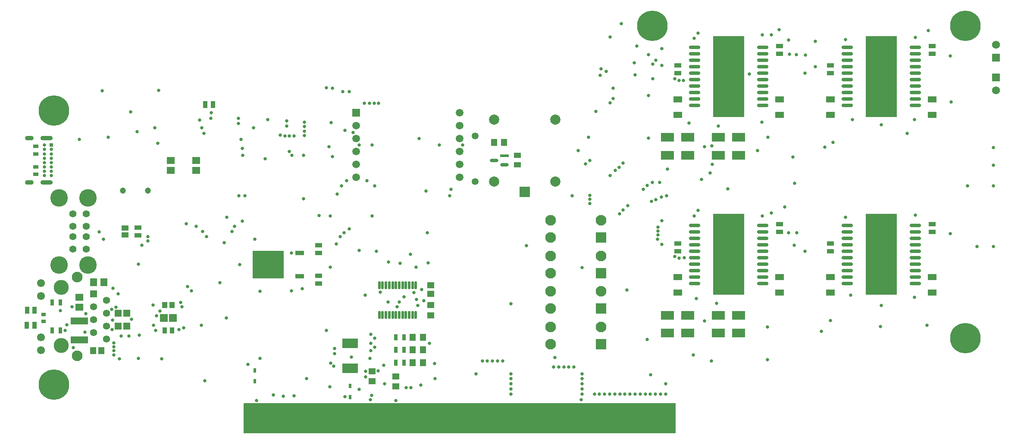
<source format=gbs>
G04*
G04 #@! TF.GenerationSoftware,Altium Limited,Altium Designer,21.3.2 (30)*
G04*
G04 Layer_Color=16711935*
%FSLAX25Y25*%
%MOIN*%
G70*
G04*
G04 #@! TF.SameCoordinates,B38D24C8-20F9-4C12-AD3A-4427D22FBD9A*
G04*
G04*
G04 #@! TF.FilePolarity,Negative*
G04*
G01*
G75*
%ADD19R,0.02756X0.16535*%
%ADD20R,0.02756X0.12598*%
%ADD22R,0.03150X0.04921*%
%ADD23R,0.04724X0.05709*%
%ADD24R,0.05709X0.04724*%
%ADD25R,0.05544X0.04747*%
%ADD26R,0.05315X0.03740*%
%ADD28R,0.07087X0.04921*%
%ADD29O,0.08858X0.02756*%
%ADD30R,0.24410X0.62992*%
%ADD31R,0.09843X0.06693*%
%ADD35R,0.02126X0.03386*%
%ADD38R,0.05315X0.03937*%
%ADD40R,0.06102X0.06102*%
%ADD49R,0.05315X0.06102*%
%ADD51R,0.06102X0.05512*%
%ADD52R,0.03740X0.05315*%
%ADD62R,0.12400X0.07700*%
%ADD67R,3.33858X0.23524*%
G04:AMPARAMS|DCode=70|XSize=35.43mil|YSize=66.93mil|CornerRadius=17.72mil|HoleSize=0mil|Usage=FLASHONLY|Rotation=270.000|XOffset=0mil|YOffset=0mil|HoleType=Round|Shape=RoundedRectangle|*
%AMROUNDEDRECTD70*
21,1,0.03543,0.03150,0,0,270.0*
21,1,0.00000,0.06693,0,0,270.0*
1,1,0.03543,-0.01575,0.00000*
1,1,0.03543,-0.01575,0.00000*
1,1,0.03543,0.01575,0.00000*
1,1,0.03543,0.01575,0.00000*
%
%ADD70ROUNDEDRECTD70*%
G04:AMPARAMS|DCode=71|XSize=35.43mil|YSize=94.49mil|CornerRadius=17.72mil|HoleSize=0mil|Usage=FLASHONLY|Rotation=270.000|XOffset=0mil|YOffset=0mil|HoleType=Round|Shape=RoundedRectangle|*
%AMROUNDEDRECTD71*
21,1,0.03543,0.05906,0,0,270.0*
21,1,0.00000,0.09449,0,0,270.0*
1,1,0.03543,-0.02953,0.00000*
1,1,0.03543,-0.02953,0.00000*
1,1,0.03543,0.02953,0.00000*
1,1,0.03543,0.02953,0.00000*
%
%ADD71ROUNDEDRECTD71*%
%ADD72R,0.02559X0.02559*%
%ADD73C,0.02559*%
%ADD74R,0.06181X0.06181*%
%ADD75C,0.06181*%
%ADD76C,0.08268*%
%ADD77R,0.08268X0.08268*%
%ADD78C,0.23622*%
%ADD79R,0.07874X0.07874*%
%ADD80C,0.07874*%
%ADD81C,0.05315*%
%ADD82C,0.04724*%
%ADD83C,0.05906*%
%ADD84R,0.05906X0.05906*%
%ADD85C,0.05591*%
%ADD86C,0.13583*%
%ADD87C,0.06102*%
%ADD88R,0.05512X0.05512*%
%ADD89C,0.05512*%
%ADD90C,0.11614*%
%ADD91C,0.02500*%
G04:AMPARAMS|DCode=96|XSize=59.06mil|YSize=17.72mil|CornerRadius=1.95mil|HoleSize=0mil|Usage=FLASHONLY|Rotation=90.000|XOffset=0mil|YOffset=0mil|HoleType=Round|Shape=RoundedRectangle|*
%AMROUNDEDRECTD96*
21,1,0.05906,0.01382,0,0,90.0*
21,1,0.05516,0.01772,0,0,90.0*
1,1,0.00390,0.00691,0.02758*
1,1,0.00390,0.00691,-0.02758*
1,1,0.00390,-0.00691,-0.02758*
1,1,0.00390,-0.00691,0.02758*
%
%ADD96ROUNDEDRECTD96*%
%ADD97R,0.06530X0.02468*%
G04:AMPARAMS|DCode=98|XSize=65.3mil|YSize=24.68mil|CornerRadius=12.34mil|HoleSize=0mil|Usage=FLASHONLY|Rotation=180.000|XOffset=0mil|YOffset=0mil|HoleType=Round|Shape=RoundedRectangle|*
%AMROUNDEDRECTD98*
21,1,0.06530,0.00000,0,0,180.0*
21,1,0.04063,0.02468,0,0,180.0*
1,1,0.02468,-0.02031,0.00000*
1,1,0.02468,0.02031,0.00000*
1,1,0.02468,0.02031,0.00000*
1,1,0.02468,-0.02031,0.00000*
%
%ADD98ROUNDEDRECTD98*%
%ADD99R,0.07087X0.03543*%
%ADD100R,0.24410X0.21457*%
%ADD101R,0.03465X0.02638*%
%ADD102R,0.03771X0.04969*%
%ADD103R,0.03937X0.05118*%
%ADD104R,0.05118X0.05709*%
%ADD105R,0.05315X0.05709*%
%ADD106R,0.13386X0.05512*%
%ADD107R,0.06102X0.05315*%
%ADD108R,0.05315X0.04331*%
%ADD109R,0.03937X0.03150*%
D19*
X278150Y13780D02*
D03*
X270276D02*
D03*
X258465D02*
D03*
X309646D02*
D03*
X297835D02*
D03*
X286024D02*
D03*
X289961D02*
D03*
X305709D02*
D03*
X293898D02*
D03*
X266339D02*
D03*
X274213D02*
D03*
X301772D02*
D03*
X262402D02*
D03*
X282087D02*
D03*
X250590D02*
D03*
X211221D02*
D03*
X246654D02*
D03*
X234842D02*
D03*
X183661D02*
D03*
X191535D02*
D03*
X207283D02*
D03*
X242717D02*
D03*
X199409D02*
D03*
X203346D02*
D03*
X215158D02*
D03*
X187598D02*
D03*
X195472D02*
D03*
X238779D02*
D03*
X254528D02*
D03*
X321457D02*
D03*
X341142D02*
D03*
X337205D02*
D03*
X372638D02*
D03*
X349016D02*
D03*
X329331D02*
D03*
X352953D02*
D03*
X317520D02*
D03*
X356890D02*
D03*
X313583D02*
D03*
X364764D02*
D03*
X325394D02*
D03*
X345079D02*
D03*
X360827D02*
D03*
X333268D02*
D03*
X368701D02*
D03*
X376575D02*
D03*
X380512D02*
D03*
X384449D02*
D03*
X388386D02*
D03*
X392323D02*
D03*
X396260D02*
D03*
X400197D02*
D03*
X404134D02*
D03*
X408071D02*
D03*
X412008D02*
D03*
X415945D02*
D03*
X419882D02*
D03*
X423819D02*
D03*
X427756D02*
D03*
X431693D02*
D03*
X435630D02*
D03*
X439567D02*
D03*
X443504D02*
D03*
X447441D02*
D03*
X451378D02*
D03*
X455315D02*
D03*
X459252D02*
D03*
X463189D02*
D03*
X467126D02*
D03*
X471063D02*
D03*
X475000D02*
D03*
X478937D02*
D03*
X482874D02*
D03*
X486811D02*
D03*
X490748D02*
D03*
X494685D02*
D03*
X498622D02*
D03*
X502559D02*
D03*
X506496D02*
D03*
D20*
X179724Y15748D02*
D03*
D22*
X294094Y63779D02*
D03*
X300394D02*
D03*
X294094Y53937D02*
D03*
X300394D02*
D03*
X294094Y73622D02*
D03*
X300394D02*
D03*
X34646Y100394D02*
D03*
X28346D02*
D03*
X34646Y78740D02*
D03*
X28346D02*
D03*
D23*
X307087Y53937D02*
D03*
X314961D02*
D03*
X307087Y63779D02*
D03*
X314961D02*
D03*
X307087Y73622D02*
D03*
X314961D02*
D03*
X369882Y224410D02*
D03*
X377756D02*
D03*
D24*
X275590Y39370D02*
D03*
Y47244D02*
D03*
X294094Y35433D02*
D03*
Y43307D02*
D03*
X320866Y90551D02*
D03*
Y98425D02*
D03*
D25*
Y113779D02*
D03*
Y107274D02*
D03*
D26*
X629921Y146201D02*
D03*
Y140295D02*
D03*
X511811Y146201D02*
D03*
Y140295D02*
D03*
X629921Y283996D02*
D03*
Y278091D02*
D03*
X511811Y284055D02*
D03*
Y278150D02*
D03*
X708661Y293091D02*
D03*
Y298996D02*
D03*
X590551Y293110D02*
D03*
Y299016D02*
D03*
Y161201D02*
D03*
Y155295D02*
D03*
X708662Y155295D02*
D03*
Y161201D02*
D03*
X234252Y121063D02*
D03*
Y115157D02*
D03*
Y138779D02*
D03*
Y144685D02*
D03*
X94488Y152559D02*
D03*
Y158465D02*
D03*
D28*
X629921Y257972D02*
D03*
Y245965D02*
D03*
X708661Y257972D02*
D03*
Y245965D02*
D03*
X590551Y257972D02*
D03*
Y245965D02*
D03*
X511811Y257972D02*
D03*
Y245965D02*
D03*
X708661Y120177D02*
D03*
Y108169D02*
D03*
X629921Y120177D02*
D03*
Y108169D02*
D03*
X590551D02*
D03*
Y120177D02*
D03*
X511811Y108169D02*
D03*
Y120177D02*
D03*
D29*
X695571Y298091D02*
D03*
Y293091D02*
D03*
Y288090D02*
D03*
Y283090D02*
D03*
Y278091D02*
D03*
Y273091D02*
D03*
Y268091D02*
D03*
Y263090D02*
D03*
Y258090D02*
D03*
Y253091D02*
D03*
X643012Y298091D02*
D03*
Y293091D02*
D03*
Y288090D02*
D03*
Y283090D02*
D03*
Y278091D02*
D03*
Y273091D02*
D03*
Y268091D02*
D03*
Y263090D02*
D03*
Y258090D02*
D03*
Y253091D02*
D03*
X577461Y160295D02*
D03*
Y155295D02*
D03*
Y150295D02*
D03*
Y145295D02*
D03*
Y140295D02*
D03*
Y135295D02*
D03*
Y130295D02*
D03*
Y125295D02*
D03*
Y120295D02*
D03*
Y115295D02*
D03*
X524902Y160295D02*
D03*
Y155295D02*
D03*
Y150295D02*
D03*
Y145295D02*
D03*
Y140295D02*
D03*
Y135295D02*
D03*
Y130295D02*
D03*
Y125295D02*
D03*
Y120295D02*
D03*
Y115295D02*
D03*
X695571Y160295D02*
D03*
Y155295D02*
D03*
Y150295D02*
D03*
Y145295D02*
D03*
Y140295D02*
D03*
Y135295D02*
D03*
Y130295D02*
D03*
Y125295D02*
D03*
Y120295D02*
D03*
Y115295D02*
D03*
X643012Y160295D02*
D03*
Y155295D02*
D03*
Y150295D02*
D03*
Y145295D02*
D03*
Y140295D02*
D03*
Y135295D02*
D03*
Y130295D02*
D03*
Y125295D02*
D03*
Y120295D02*
D03*
Y115295D02*
D03*
X577461Y298091D02*
D03*
Y293091D02*
D03*
Y288090D02*
D03*
Y283090D02*
D03*
Y278091D02*
D03*
Y273091D02*
D03*
Y268091D02*
D03*
Y263090D02*
D03*
Y258090D02*
D03*
Y253091D02*
D03*
X524902Y298091D02*
D03*
Y293091D02*
D03*
Y288090D02*
D03*
Y283090D02*
D03*
Y278091D02*
D03*
Y273091D02*
D03*
Y268091D02*
D03*
Y263090D02*
D03*
Y258090D02*
D03*
Y253091D02*
D03*
D30*
X669291Y275590D02*
D03*
X551181Y137795D02*
D03*
X669291D02*
D03*
X551181Y275590D02*
D03*
D31*
X559055Y228346D02*
D03*
X543307D02*
D03*
Y214567D02*
D03*
X559055D02*
D03*
X519685Y228346D02*
D03*
X503937D02*
D03*
Y214567D02*
D03*
X519685D02*
D03*
X559055Y90551D02*
D03*
X543307D02*
D03*
Y76772D02*
D03*
X559055D02*
D03*
X519685Y90551D02*
D03*
X503937D02*
D03*
Y76772D02*
D03*
X519685D02*
D03*
D35*
X185039Y47795D02*
D03*
Y39370D02*
D03*
X258465Y35709D02*
D03*
Y27283D02*
D03*
D38*
X387795Y214370D02*
D03*
Y207283D02*
D03*
D40*
X121752Y88583D02*
D03*
X114469D02*
D03*
D49*
X68110Y116142D02*
D03*
X60433D02*
D03*
D51*
X120079Y202953D02*
D03*
Y210433D02*
D03*
X139764Y202953D02*
D03*
Y210433D02*
D03*
D52*
X14567Y82677D02*
D03*
X8661D02*
D03*
X14764Y94488D02*
D03*
X8858D02*
D03*
X146653Y253937D02*
D03*
X152559D02*
D03*
D62*
X258465Y49405D02*
D03*
Y68705D02*
D03*
D67*
X343110Y10778D02*
D03*
D70*
X10492Y227658D02*
D03*
Y193602D02*
D03*
D71*
X23799Y227658D02*
D03*
Y193602D02*
D03*
D72*
X27657Y222342D02*
D03*
D73*
Y218996D02*
D03*
Y215650D02*
D03*
Y212303D02*
D03*
Y208957D02*
D03*
Y205610D02*
D03*
Y202264D02*
D03*
Y198917D02*
D03*
X22343D02*
D03*
Y202264D02*
D03*
Y205610D02*
D03*
Y208957D02*
D03*
Y212303D02*
D03*
Y215650D02*
D03*
Y218996D02*
D03*
Y222342D02*
D03*
D74*
X757874Y274685D02*
D03*
Y290276D02*
D03*
D75*
Y264685D02*
D03*
Y300276D02*
D03*
D76*
X452559Y164173D02*
D03*
X413583D02*
D03*
Y150787D02*
D03*
X452559Y81496D02*
D03*
X413583D02*
D03*
Y68110D02*
D03*
X452559Y109055D02*
D03*
X413583D02*
D03*
Y95669D02*
D03*
X452559Y136614D02*
D03*
X413583D02*
D03*
Y123228D02*
D03*
X47441Y59075D02*
D03*
Y120059D02*
D03*
D77*
X452559Y150787D02*
D03*
Y68110D02*
D03*
Y95669D02*
D03*
Y123228D02*
D03*
D78*
X734252Y314961D02*
D03*
Y72835D02*
D03*
X29528Y36811D02*
D03*
Y249016D02*
D03*
X492126Y314961D02*
D03*
D79*
X393701Y186221D02*
D03*
D80*
X417323Y194095D02*
D03*
X370079D02*
D03*
Y242126D02*
D03*
X417323D02*
D03*
D81*
X355315Y229528D02*
D03*
Y194095D02*
D03*
D82*
X102126Y187008D02*
D03*
X82913D02*
D03*
D83*
X343150Y197441D02*
D03*
Y207441D02*
D03*
Y217441D02*
D03*
Y227441D02*
D03*
Y237441D02*
D03*
Y247441D02*
D03*
X263150Y197441D02*
D03*
Y207441D02*
D03*
Y217441D02*
D03*
Y227441D02*
D03*
Y237441D02*
D03*
D84*
Y247441D02*
D03*
D85*
X54567Y169291D02*
D03*
Y141732D02*
D03*
Y151575D02*
D03*
Y159449D02*
D03*
X44252Y151575D02*
D03*
Y159449D02*
D03*
Y141732D02*
D03*
Y169291D02*
D03*
D86*
X55945Y181378D02*
D03*
Y129646D02*
D03*
X33583D02*
D03*
Y181378D02*
D03*
D87*
X19449Y73484D02*
D03*
Y63484D02*
D03*
Y115650D02*
D03*
Y105650D02*
D03*
D88*
X60433Y107067D02*
D03*
D89*
Y97067D02*
D03*
Y87067D02*
D03*
Y77067D02*
D03*
X70433Y72067D02*
D03*
Y82067D02*
D03*
Y92067D02*
D03*
Y102067D02*
D03*
D90*
X35433Y112067D02*
D03*
Y67067D02*
D03*
D91*
X74898Y86906D02*
D03*
X248622Y184449D02*
D03*
X318307Y154331D02*
D03*
X94774Y130098D02*
D03*
X158087Y115760D02*
D03*
X234449Y167913D02*
D03*
X259646Y58268D02*
D03*
X318898Y131102D02*
D03*
X111614Y93898D02*
D03*
X162992Y88386D02*
D03*
X146296Y39763D02*
D03*
X74213Y95079D02*
D03*
X669291Y98032D02*
D03*
X573622Y218307D02*
D03*
X576772Y240158D02*
D03*
X600787Y213189D02*
D03*
X581693Y228346D02*
D03*
X532677Y221260D02*
D03*
X496260Y149409D02*
D03*
X496457Y152709D02*
D03*
Y155709D02*
D03*
X496463Y158709D02*
D03*
X468307Y316535D02*
D03*
X478937Y276969D02*
D03*
X53740Y77362D02*
D03*
X75984Y59842D02*
D03*
Y66142D02*
D03*
Y62992D02*
D03*
X44488Y65354D02*
D03*
X610630Y292126D02*
D03*
X618307Y283071D02*
D03*
X625591Y220669D02*
D03*
X520669Y239370D02*
D03*
X689173Y231496D02*
D03*
X669291Y238189D02*
D03*
X577362Y167323D02*
D03*
X695669Y168110D02*
D03*
X543110Y237205D02*
D03*
X550591Y188583D02*
D03*
X668701Y81890D02*
D03*
X603809Y154469D02*
D03*
X601862Y144685D02*
D03*
X597638Y154565D02*
D03*
X594488Y174409D02*
D03*
X530118Y195866D02*
D03*
X95669Y75000D02*
D03*
X77756Y96850D02*
D03*
X39764Y83268D02*
D03*
X112795Y56890D02*
D03*
X597638Y303740D02*
D03*
X618110Y302756D02*
D03*
X705512Y311221D02*
D03*
X695472Y305906D02*
D03*
X577165Y307677D02*
D03*
X590354Y311811D02*
D03*
X526378Y103543D02*
D03*
X541929Y99803D02*
D03*
X296457Y100984D02*
D03*
X300394Y104921D02*
D03*
X295079Y97244D02*
D03*
X313976Y110433D02*
D03*
X213386Y109449D02*
D03*
X225000Y41339D02*
D03*
X275197Y28543D02*
D03*
X270669Y42913D02*
D03*
X285230Y37402D02*
D03*
X293898Y24606D02*
D03*
X179724Y52559D02*
D03*
X89567Y87598D02*
D03*
X87566Y74377D02*
D03*
X81496Y74410D02*
D03*
X74606Y79522D02*
D03*
X54331Y91732D02*
D03*
X79134Y107087D02*
D03*
X43498Y97244D02*
D03*
X80315Y56890D02*
D03*
X143701Y82677D02*
D03*
X106496Y82677D02*
D03*
X108858Y90158D02*
D03*
X106108Y98425D02*
D03*
X127756Y100394D02*
D03*
X128543Y97244D02*
D03*
X97441Y144882D02*
D03*
X102362Y148026D02*
D03*
X64567Y155118D02*
D03*
X67913Y149606D02*
D03*
X132874Y112795D02*
D03*
X287795Y100984D02*
D03*
X309842Y102756D02*
D03*
X315748Y101772D02*
D03*
X308071Y108268D02*
D03*
X311028Y98021D02*
D03*
X280315Y47638D02*
D03*
X284449Y51772D02*
D03*
X109941Y223777D02*
D03*
X88976Y248031D02*
D03*
X71653Y228346D02*
D03*
X223425Y240158D02*
D03*
Y236811D02*
D03*
Y233268D02*
D03*
Y229724D02*
D03*
X209646Y237205D02*
D03*
X215158Y229331D02*
D03*
X208268D02*
D03*
X244882Y266541D02*
D03*
X243898Y239961D02*
D03*
X242126Y221260D02*
D03*
X317126Y186811D02*
D03*
X603740Y292429D02*
D03*
X598425Y292717D02*
D03*
X492648Y285168D02*
D03*
X499719Y284055D02*
D03*
X499606Y297047D02*
D03*
X489173Y292323D02*
D03*
X516339Y272441D02*
D03*
X516929Y135039D02*
D03*
X462008Y258465D02*
D03*
Y266535D02*
D03*
X456693Y279528D02*
D03*
X451968Y276575D02*
D03*
X452756Y281496D02*
D03*
X448622Y248622D02*
D03*
X443942Y183617D02*
D03*
X443898Y180512D02*
D03*
Y177165D02*
D03*
X466732Y205315D02*
D03*
X469488Y208380D02*
D03*
X494882Y180315D02*
D03*
X499213Y182087D02*
D03*
X499719Y163976D02*
D03*
X503218Y183003D02*
D03*
X491732Y178740D02*
D03*
X498032Y193419D02*
D03*
X492126D02*
D03*
X503937Y203937D02*
D03*
X488386Y191142D02*
D03*
X469488Y172244D02*
D03*
X485236Y187992D02*
D03*
X382874Y99606D02*
D03*
X94882Y57087D02*
D03*
X480315Y299213D02*
D03*
X459646Y306102D02*
D03*
X629921Y86614D02*
D03*
X645669Y106299D02*
D03*
X704724Y82677D02*
D03*
X694882Y104331D02*
D03*
X723425Y255906D02*
D03*
X694882Y242126D02*
D03*
X631890Y224410D02*
D03*
X646850Y242126D02*
D03*
X567323Y277559D02*
D03*
X602362Y192913D02*
D03*
X275590Y167323D02*
D03*
X248031Y145669D02*
D03*
X581102Y81496D02*
D03*
X499606Y145472D02*
D03*
X472441Y110236D02*
D03*
X527756Y171850D02*
D03*
Y309252D02*
D03*
X538583Y207480D02*
D03*
X538386Y221654D02*
D03*
X437795Y127362D02*
D03*
X437402Y25197D02*
D03*
X490945Y44488D02*
D03*
X416929Y57874D02*
D03*
X355906Y45276D02*
D03*
X394882Y144488D02*
D03*
X324213Y41339D02*
D03*
X313189Y36614D02*
D03*
X246654Y64764D02*
D03*
X246457Y60827D02*
D03*
X274213Y25000D02*
D03*
X186417Y24606D02*
D03*
X242913Y35039D02*
D03*
X254528Y27559D02*
D03*
X206784Y27846D02*
D03*
X173228Y129921D02*
D03*
X254528Y233858D02*
D03*
X320079Y68701D02*
D03*
X281890Y108465D02*
D03*
X192913Y211653D02*
D03*
X126378Y79331D02*
D03*
X144685Y155512D02*
D03*
X167323D02*
D03*
X185039Y149606D02*
D03*
X243110Y127953D02*
D03*
X270276Y106299D02*
D03*
X312008Y227362D02*
D03*
X278937Y140157D02*
D03*
X147638Y151575D02*
D03*
X188976Y109252D02*
D03*
X489173Y227756D02*
D03*
X430118Y183071D02*
D03*
X489173Y260827D02*
D03*
X209646Y241142D02*
D03*
X204724Y230315D02*
D03*
X252953Y263779D02*
D03*
X257874Y263976D02*
D03*
X240158Y266732D02*
D03*
X280512Y254921D02*
D03*
X277165D02*
D03*
X273622D02*
D03*
X269685D02*
D03*
X211614Y229331D02*
D03*
X175394Y219685D02*
D03*
X175591Y214370D02*
D03*
X213583Y214567D02*
D03*
X211614Y217520D02*
D03*
X641732Y166339D02*
D03*
X524606Y167323D02*
D03*
X584252Y169882D02*
D03*
X440748Y207677D02*
D03*
X443898Y210630D02*
D03*
X466929Y169095D02*
D03*
X473228Y175394D02*
D03*
X434842Y218307D02*
D03*
X442913Y228346D02*
D03*
X459646Y198819D02*
D03*
X463583Y202756D02*
D03*
X755905Y220472D02*
D03*
X743110Y143701D02*
D03*
X735827Y190945D02*
D03*
X755905Y143701D02*
D03*
Y190945D02*
D03*
Y206693D02*
D03*
X532480Y86024D02*
D03*
X524016Y59842D02*
D03*
X488189Y71653D02*
D03*
X581102Y56102D02*
D03*
X537795Y55315D02*
D03*
X623032Y78150D02*
D03*
X512825Y134813D02*
D03*
X509478Y135994D02*
D03*
X722441Y153740D02*
D03*
X536811Y200984D02*
D03*
X492520Y273819D02*
D03*
X478150Y286024D02*
D03*
X459646Y255315D02*
D03*
X495079Y287992D02*
D03*
X641732Y304134D02*
D03*
X584252Y307677D02*
D03*
X524606Y305118D02*
D03*
X722441Y291535D02*
D03*
X509449Y273819D02*
D03*
X512795Y272638D02*
D03*
X610236Y140295D02*
D03*
X610236Y278091D02*
D03*
X415945Y50591D02*
D03*
X382874Y29528D02*
D03*
Y33465D02*
D03*
Y37402D02*
D03*
Y41339D02*
D03*
Y45276D02*
D03*
X372638Y55118D02*
D03*
X360827D02*
D03*
X364764D02*
D03*
X368701D02*
D03*
X376575D02*
D03*
X270669Y47244D02*
D03*
X221457Y111221D02*
D03*
X265748Y33071D02*
D03*
X437992Y29528D02*
D03*
Y33465D02*
D03*
Y37402D02*
D03*
Y41339D02*
D03*
Y45276D02*
D03*
X419882Y50591D02*
D03*
X423819D02*
D03*
X427756D02*
D03*
X431693D02*
D03*
X502559Y37402D02*
D03*
X494685Y29528D02*
D03*
X498622D02*
D03*
X502559D02*
D03*
X478937D02*
D03*
X482874D02*
D03*
X490748D02*
D03*
X486811D02*
D03*
X463189D02*
D03*
X467126D02*
D03*
X475000D02*
D03*
X471063D02*
D03*
X455315D02*
D03*
X459252D02*
D03*
X451378D02*
D03*
X447441D02*
D03*
X327756Y222441D02*
D03*
X345472D02*
D03*
X260827Y232283D02*
D03*
X222441Y214567D02*
D03*
X335630Y183071D02*
D03*
X323819Y53150D02*
D03*
X336614Y187992D02*
D03*
X265748Y140748D02*
D03*
X240158Y78740D02*
D03*
X188976Y57087D02*
D03*
X288386Y131890D02*
D03*
X273819Y57284D02*
D03*
X277559Y72835D02*
D03*
Y65945D02*
D03*
X274606Y62992D02*
D03*
Y68898D02*
D03*
Y75787D02*
D03*
X309449Y127953D02*
D03*
X305118Y137795D02*
D03*
X297244Y130905D02*
D03*
X250984Y151575D02*
D03*
X253937Y154528D02*
D03*
X257874Y157480D02*
D03*
X245079Y213583D02*
D03*
X243110Y167323D02*
D03*
X161417Y146653D02*
D03*
X163386Y166339D02*
D03*
X305709Y34646D02*
D03*
X301772D02*
D03*
X213110Y138898D02*
D03*
X199409Y28740D02*
D03*
X215158Y28150D02*
D03*
X129921Y80709D02*
D03*
X38386Y78740D02*
D03*
X34646Y94095D02*
D03*
X246063Y51181D02*
D03*
X243701Y53543D02*
D03*
X75984Y69291D02*
D03*
X108268Y78740D02*
D03*
X135827Y109449D02*
D03*
X175197Y163356D02*
D03*
X251969Y190945D02*
D03*
X255906Y194882D02*
D03*
X271654D02*
D03*
X277559Y190945D02*
D03*
X75197Y111417D02*
D03*
X174409Y226772D02*
D03*
X145669Y231496D02*
D03*
X49213Y226772D02*
D03*
X139764Y159449D02*
D03*
X131890Y161417D02*
D03*
X102362Y151575D02*
D03*
X169291Y159449D02*
D03*
X172441Y183071D02*
D03*
X177165D02*
D03*
X275590Y222441D02*
D03*
X265748Y222441D02*
D03*
X194882Y242126D02*
D03*
X183858Y235827D02*
D03*
X93848Y232825D02*
D03*
X142126Y241732D02*
D03*
X222441Y180709D02*
D03*
X144095Y235827D02*
D03*
X66929Y264567D02*
D03*
X110630Y264961D02*
D03*
X150787Y243307D02*
D03*
X151181Y247638D02*
D03*
X107480Y235827D02*
D03*
X172244Y239173D02*
D03*
Y243110D02*
D03*
D96*
X309350Y90945D02*
D03*
X306791D02*
D03*
X304232D02*
D03*
X301673D02*
D03*
X299114D02*
D03*
X296555D02*
D03*
X293996D02*
D03*
X291437D02*
D03*
X288878D02*
D03*
X286319D02*
D03*
X283760D02*
D03*
X281201D02*
D03*
Y113779D02*
D03*
X283760D02*
D03*
X286319D02*
D03*
X288878D02*
D03*
X291437D02*
D03*
X293996D02*
D03*
X296555D02*
D03*
X299114D02*
D03*
X301673D02*
D03*
X304232D02*
D03*
X306791D02*
D03*
X309350D02*
D03*
D97*
X377769Y214232D02*
D03*
D98*
Y207028D02*
D03*
X370079Y210630D02*
D03*
D99*
X219685Y138898D02*
D03*
Y120945D02*
D03*
D100*
X195276Y129921D02*
D03*
D101*
X21654Y91201D02*
D03*
Y85965D02*
D03*
D102*
X115247Y78740D02*
D03*
X120973D02*
D03*
D103*
X121063Y98425D02*
D03*
X115157D02*
D03*
D104*
X66142Y62992D02*
D03*
X59842D02*
D03*
D105*
X79429Y82067D02*
D03*
X85925D02*
D03*
X79429Y92067D02*
D03*
X85925D02*
D03*
D106*
X49213Y86024D02*
D03*
Y71457D02*
D03*
D107*
Y104626D02*
D03*
Y96949D02*
D03*
D108*
X84646Y158268D02*
D03*
Y152756D02*
D03*
D109*
X15748Y205610D02*
D03*
Y199705D02*
D03*
Y215650D02*
D03*
Y221555D02*
D03*
M02*

</source>
